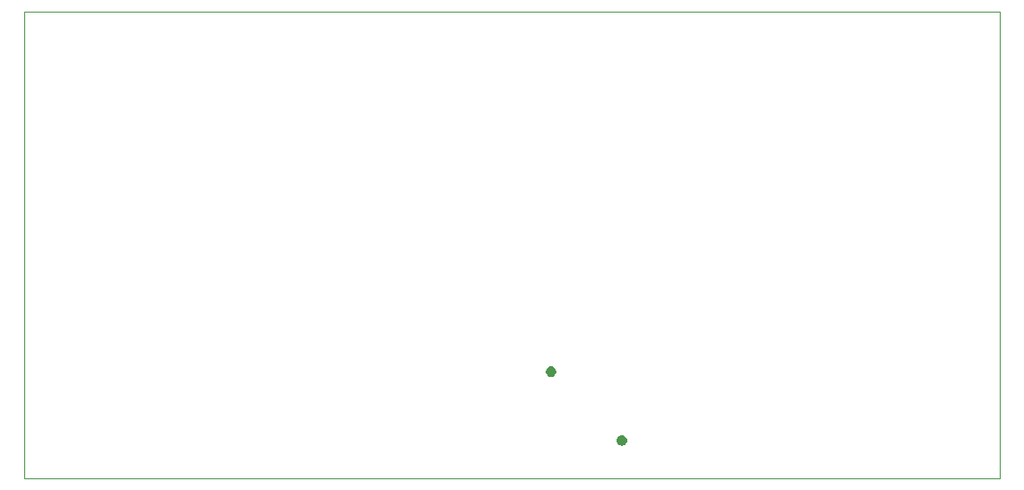
<source format=gbr>
%TF.GenerationSoftware,KiCad,Pcbnew,8.0.3*%
%TF.CreationDate,2024-07-03T21:33:09+01:00*%
%TF.ProjectId,Peanut,5065616e-7574-42e6-9b69-6361645f7063,rev?*%
%TF.SameCoordinates,Original*%
%TF.FileFunction,Profile,NP*%
%FSLAX46Y46*%
G04 Gerber Fmt 4.6, Leading zero omitted, Abs format (unit mm)*
G04 Created by KiCad (PCBNEW 8.0.3) date 2024-07-03 21:33:09*
%MOMM*%
%LPD*%
G01*
G04 APERTURE LIST*
%TA.AperFunction,Profile*%
%ADD10C,0.050000*%
%TD*%
%TA.AperFunction,Profile*%
%ADD11C,0.000000*%
%TD*%
G04 APERTURE END LIST*
D10*
X94000000Y-45000000D02*
X186000000Y-45000000D01*
X186000000Y-89000000D01*
X94000000Y-89000000D01*
X94000000Y-45000000D01*
D11*
%TA.AperFunction,Profile*%
%TO.C,U6*%
G36*
X143800866Y-78470254D02*
G01*
X143930320Y-78529373D01*
X144037875Y-78622570D01*
X144114816Y-78742292D01*
X144154911Y-78878843D01*
X144154911Y-79021157D01*
X144114816Y-79157708D01*
X144037875Y-79277430D01*
X143930320Y-79370627D01*
X143800866Y-79429746D01*
X143660000Y-79450000D01*
X143519134Y-79429746D01*
X143389680Y-79370627D01*
X143282125Y-79277430D01*
X143205184Y-79157708D01*
X143165089Y-79021157D01*
X143165089Y-78878843D01*
X143205184Y-78742292D01*
X143282125Y-78622570D01*
X143389680Y-78529373D01*
X143519134Y-78470254D01*
X143660000Y-78450000D01*
X143800866Y-78470254D01*
G37*
%TD.AperFunction*%
%TA.AperFunction,Profile*%
G36*
X150480866Y-84970254D02*
G01*
X150610320Y-85029373D01*
X150717875Y-85122570D01*
X150794816Y-85242292D01*
X150834911Y-85378843D01*
X150834911Y-85521157D01*
X150794816Y-85657708D01*
X150717875Y-85777430D01*
X150610320Y-85870627D01*
X150480866Y-85929746D01*
X150340000Y-85950000D01*
X150199134Y-85929746D01*
X150069680Y-85870627D01*
X149962125Y-85777430D01*
X149885184Y-85657708D01*
X149845089Y-85521157D01*
X149845089Y-85378843D01*
X149885184Y-85242292D01*
X149962125Y-85122570D01*
X150069680Y-85029373D01*
X150199134Y-84970254D01*
X150340000Y-84950000D01*
X150480866Y-84970254D01*
G37*
%TD.AperFunction*%
%TD*%
M02*

</source>
